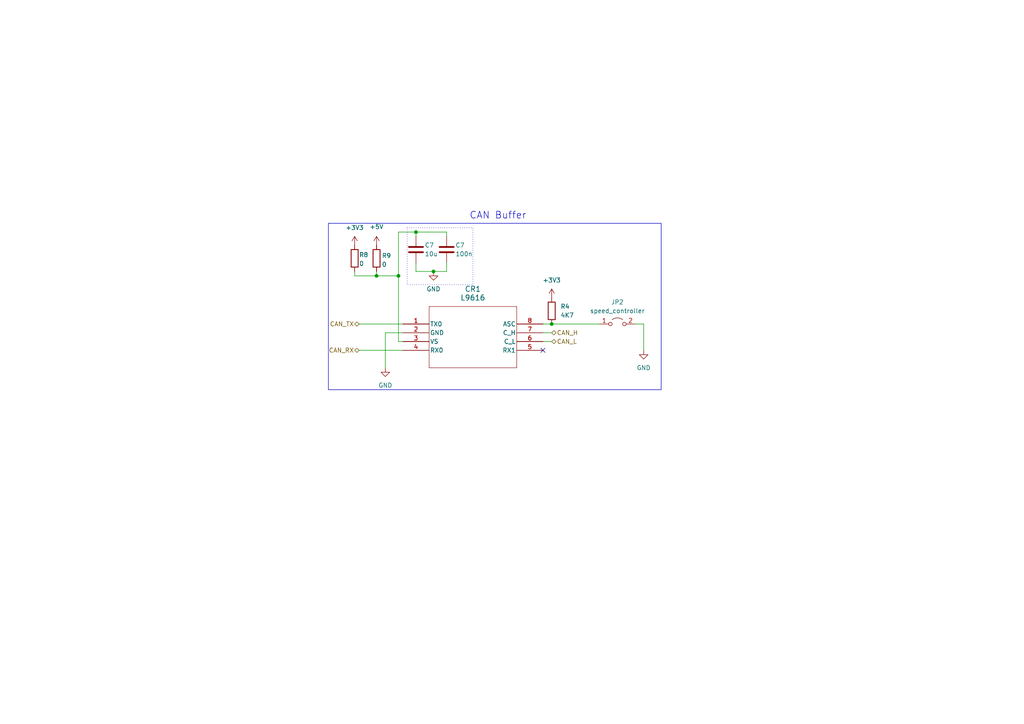
<source format=kicad_sch>
(kicad_sch (version 20250114) (generator "eeschema") (generator_version "9.0")
  (paper "A4")
  (lib_symbols
    (symbol "2023-06-06_07-55-18:L9616" (pin_names (offset 0.254))
      (property "Reference" "CR" (at 20.32 10.16 0))
      (property "Value" "L9616" (at 20.32 7.62 0))
      (symbol "L9616_0_1"
        (polyline (pts (xy 7.62 5.08) (xy 7.62 -12.7)) (stroke (width 0.127)))
        (polyline (pts (xy 7.62 -12.7) (xy 33.02 -12.7)) (stroke (width 0.127)))
        (polyline (pts (xy 33.02 5.08) (xy 7.62 5.08)) (stroke (width 0.127)))
        (polyline (pts (xy 33.02 -12.7) (xy 33.02 5.08)) (stroke (width 0.127)))
        (pin input line (at 0 0 0) (length 7.62) (name "TX0") (number "1"))
        (pin power_out line (at 0 -2.54 0) (length 7.62) (name "GND") (number "2"))
        (pin power_in line (at 0 -5.08 0) (length 7.62) (name "VS") (number "3"))
        (pin output line (at 0 -7.62 0) (length 7.62) (name "RX0") (number "4"))
        (pin unspecified line (at 40.64 0 180) (length 7.62) (name "ASC") (number "8"))
        (pin output line (at 40.64 -2.54 180) (length 7.62) (name "C_H") (number "7"))
        (pin output line (at 40.64 -5.08 180) (length 7.62) (name "C_L") (number "6"))
        (pin output line (at 40.64 -7.62 180) (length 7.62) (name "RX1") (number "5"))
      )
    )
    (symbol "Device:C" (pin_numbers (hide yes)) (pin_names (offset 0.254))
      (property "Reference" "C" (at 0.635 2.54 0))
      (property "Value" "C" (at 0.635 -2.54 0))
      (symbol "C_0_1"
        (polyline (pts (xy -2.032 0.762) (xy 2.032 0.762)) (stroke (width 0.508)))
        (polyline (pts (xy -2.032 -0.762) (xy 2.032 -0.762)) (stroke (width 0.508)))
      )
      (symbol "C_1_1"
        (pin passive line (at 0 3.81 270) (length 2.794) (name "~") (number "1"))
        (pin passive line (at 0 -3.81 90) (length 2.794) (name "~") (number "2"))
      )
    )
    (symbol "Device:R" (pin_numbers (hide yes)) (pin_names (offset 0))
      (property "Reference" "R" (at 2.032 0 90))
      (property "Value" "R" (at 0 0 90))
      (symbol "R_0_1"
        (rectangle (start -1.016 -2.54) (end 1.016 2.54) (stroke (width 0.254)))
      )
      (symbol "R_1_1"
        (pin passive line (at 0 3.81 270) (length 1.27) (name "~") (number "1"))
        (pin passive line (at 0 -3.81 90) (length 1.27) (name "~") (number "2"))
      )
    )
    (symbol "Jumper:Jumper_2_Open" (pin_names (offset 0) (hide yes))
      (property "Reference" "JP" (at 0 2.794 0))
      (property "Value" "Jumper_2_Open" (at 0 -2.286 0))
      (symbol "Jumper_2_Open_0_0"
        (circle (center -2.032 0) (radius 0.508))
        (circle (center 2.032 0) (radius 0.508))
      )
      (symbol "Jumper_2_Open_0_1"
        (arc (start -1.524 1.27) (mid 0 1.778) (end 1.524 1.27))
      )
      (symbol "Jumper_2_Open_1_1"
        (pin passive line (at -5.08 0 0) (length 2.54) (name "A") (number "1"))
        (pin passive line (at 5.08 0 180) (length 2.54) (name "B") (number "2"))
      )
    )
    (symbol "power:+3.3V" (power) (pin_names (offset 0))
      (property "Value" "+3.3V" (at 0 3.556 0))
      (symbol "+3.3V_0_1"
        (polyline (pts (xy -0.762 1.27) (xy 0 2.54)))
        (polyline (pts (xy 0 2.54) (xy 0.762 1.27)))
        (polyline (pts (xy 0 0) (xy 0 2.54)))
      )
      (symbol "+3.3V_1_1"
        (pin power_in line (at 0 0 90) (length 0) (hide yes) (name "+3V3") (number "1"))
      )
    )
    (symbol "power:+5V" (power) (pin_numbers (hide yes)) (pin_names (offset 0) (hide yes))
      (property "Value" "+5V" (at 0 3.556 0))
      (symbol "+5V_0_1"
        (polyline (pts (xy -0.762 1.27) (xy 0 2.54)))
        (polyline (pts (xy 0 2.54) (xy 0.762 1.27)))
        (polyline (pts (xy 0 0) (xy 0 2.54)))
      )
      (symbol "+5V_1_1"
        (pin power_in line (at 0 0 90) (length 0) (name "~") (number "1"))
      )
    )
    (symbol "power:GND" (power) (pin_names (offset 0))
      (property "Value" "GND" (at 0 -3.81 0))
      (symbol "GND_0_1"
        (polyline (pts (xy 0 0) (xy 0 -1.27) (xy 1.27 -1.27) (xy 0 -2.54) (xy -1.27 -1.27) (xy 0 -1.27)))
      )
      (symbol "GND_1_1"
        (pin power_in line (at 0 0 270) (length 0) (hide yes) (name "GND") (number "1"))
      )
    )
  )
  (rectangle (start 118.11 66.04) (end 137.16 82.55) (stroke (width 0) (type dot)))
  (rectangle (start 95.25 64.77) (end 191.77 113.03))
  (text "CAN Buffer\n" (at 136.144 63.754 0) (effects (font (size 2 2)) (justify left bottom)))
  (junction (at 120.65 67.31))
  (junction (at 115.57 80.01))
  (junction (at 160.02 93.98))
  (junction (at 109.22 80.01))
  (junction (at 125.73 78.74))
  (no_connect (at 157.48 101.6))
  (wire (pts (xy 115.57 80.01) (xy 109.22 80.01)))
  (wire (pts (xy 120.65 78.74) (xy 125.73 78.74)))
  (wire (pts (xy 115.57 99.06) (xy 116.84 99.06)))
  (wire (pts (xy 160.02 93.98) (xy 173.99 93.98)))
  (wire (pts (xy 157.48 96.52) (xy 160.02 96.52)))
  (wire (pts (xy 186.69 93.98) (xy 186.69 101.6)))
  (wire (pts (xy 115.57 80.01) (xy 115.57 99.06)))
  (wire (pts (xy 102.87 78.74) (xy 102.87 80.01)))
  (wire (pts (xy 116.84 96.52) (xy 111.76 96.52)))
  (wire (pts (xy 120.65 76.2) (xy 120.65 78.74)))
  (wire (pts (xy 129.54 76.2) (xy 129.54 78.74)))
  (wire (pts (xy 129.54 67.31) (xy 120.65 67.31)))
  (wire (pts (xy 120.65 67.31) (xy 115.57 67.31)))
  (wire (pts (xy 186.69 93.98) (xy 184.15 93.98)))
  (wire (pts (xy 104.14 101.6) (xy 116.84 101.6)))
  (wire (pts (xy 102.87 80.01) (xy 109.22 80.01)))
  (wire (pts (xy 157.48 99.06) (xy 160.02 99.06)))
  (wire (pts (xy 111.76 96.52) (xy 111.76 106.68)))
  (wire (pts (xy 104.14 93.98) (xy 116.84 93.98)))
  (wire (pts (xy 120.65 67.31) (xy 120.65 68.58)))
  (wire (pts (xy 157.48 93.98) (xy 160.02 93.98)))
  (wire (pts (xy 129.54 67.31) (xy 129.54 68.58)))
  (wire (pts (xy 115.57 67.31) (xy 115.57 80.01)))
  (wire (pts (xy 129.54 78.74) (xy 125.73 78.74)))
  (wire (pts (xy 109.22 78.74) (xy 109.22 80.01)))
  (hierarchical_label "CAN_TX" (shape bidirectional) (at 104.14 93.98 180))
  (hierarchical_label "CAN_H" (shape bidirectional) (at 160.02 96.52 0))
  (hierarchical_label "CAN_RX" (shape bidirectional) (at 104.14 101.6 180))
  (hierarchical_label "CAN_L" (shape bidirectional) (at 160.02 99.06 0))
  (symbol (lib_id "Device:C") (at 129.54 72.39 0) (unit 1)
    (property "Reference" "C7" (at 132.08 71.12 0) (effects (justify left)))
    (property "Value" "100n" (at 132.08 73.66 0) (effects (justify left)))
    (property "Footprint" "Capacitor_SMD:C_0805_2012Metric_Pad1.18x1.45mm_HandSolder" (effects (hide yes)))
    (instances (project "ThingSat_protoSEED" (path "" (reference "C7") (unit 1))) (project "test_python" (path "" (reference "C2") (unit 1))))
  )
  (symbol (lib_id "power:+3.3V") (at 160.02 86.36 0) (unit 1)
    (property "Reference" "#PWR031" (effects (hide yes)))
    (property "Value" "+3V3" (at 160.02 81.28 0))
    (instances (project "ThingSat_protoSEED" (path "" (reference "#PWR031") (unit 1))) (project "test_python" (path "" (reference "#PWR0101") (unit 1))))
  )
  (symbol (lib_id "Device:R") (at 102.87 74.93 0) (unit 1)
    (property "Reference" "R8" (at 104.14 73.914 0) (effects (justify left)))
    (property "Value" "0" (at 104.14 76.454 0) (effects (justify left)))
    (property "Footprint" "Resistor_SMD:R_0805_2012Metric_Pad1.20x1.40mm_HandSolder" (effects (hide yes)))
    (property "Description" "Resistor" (effects (hide yes)))
    (instances (project "ThingSat_protoSEED" (path "" (reference "R8") (unit 1))) (project "test_python" (path "" (reference "R1") (unit 1))))
  )
  (symbol (lib_id "Device:C") (at 120.65 72.39 0) (unit 1)
    (property "Reference" "C7" (at 123.19 71.12 0) (effects (justify left)))
    (property "Value" "10u" (at 123.19 73.66 0) (effects (justify left)))
    (property "Footprint" "Capacitor_SMD:C_0805_2012Metric_Pad1.18x1.45mm_HandSolder" (effects (hide yes)))
    (instances (project "ThingSat_protoSEED" (path "" (reference "C7") (unit 1))) (project "test_python" (path "" (reference "C1") (unit 1))))
  )
  (symbol (lib_id "power:GND") (at 111.76 106.68 0) (unit 1)
    (property "Reference" "#PWR025" (effects (hide yes)))
    (property "Value" "GND" (at 111.76 111.76 0))
    (instances (project "ThingSat_protoSEED" (path "" (reference "#PWR025") (unit 1))) (project "test_python" (path "" (reference "#PWR0104") (unit 1))))
  )
  (symbol (lib_id "power:+3.3V") (at 102.87 71.12 0) (unit 1)
    (property "Reference" "#PWR028" (effects (hide yes)))
    (property "Value" "+3V3" (at 102.87 66.04 0))
    (instances (project "ThingSat_protoSEED" (path "" (reference "#PWR028") (unit 1))) (project "test_python" (path "" (reference "#PWR0102") (unit 1))))
  )
  (symbol (lib_id "Device:R") (at 109.22 74.93 0) (unit 1)
    (property "Reference" "R9" (at 110.744 74.168 0) (effects (justify left)))
    (property "Value" "0" (at 110.744 76.708 0) (effects (justify left)))
    (property "Footprint" "Resistor_SMD:R_0805_2012Metric_Pad1.20x1.40mm_HandSolder" (effects (hide yes)))
    (property "Description" "Resistor" (effects (hide yes)))
    (instances (project "ThingSat_protoSEED" (path "" (reference "R9") (unit 1))) (project "test_python" (path "" (reference "R2") (unit 1))))
  )
  (symbol (lib_id "Device:R") (at 160.02 90.17 0) (unit 1)
    (property "Reference" "R4" (at 162.56 88.8999 0) (effects (justify left)))
    (property "Value" "4K7" (at 162.56 91.4399 0) (effects (justify left)))
    (property "Footprint" "Resistor_SMD:R_0805_2012Metric_Pad1.20x1.40mm_HandSolder" (effects (hide yes)))
    (property "Description" "Resistor" (effects (hide yes)))
    (instances (project "ThingSat_protoSEED" (path "" (reference "R4") (unit 1))) (project "test_python" (path "" (reference "R3") (unit 1))))
  )
  (symbol (lib_id "Jumper:Jumper_2_Open") (at 179.07 93.98 0) (unit 1)
    (property "Reference" "JP2" (at 179.07 87.63 0))
    (property "Value" "speed_controller" (at 179.07 90.17 0))
    (property "Footprint" "Connector_PinHeader_2.54mm:PinHeader_1x02_P2.54mm_Vertical" (effects (hide yes)))
    (instances (project "ThingSat_protoSEED" (path "" (reference "JP2") (unit 1))) (project "test_python" (path "" (reference "JP1") (unit 1))))
  )
  (symbol (lib_id "power:+5V") (at 109.22 71.12 0) (unit 1)
    (property "Reference" "#PWR044" (effects (hide yes)))
    (property "Value" "+5V" (at 109.22 65.786 0))
    (property "Description" "Power symbol creates a global label with name \"+5V\"" (effects (hide yes)))
    (instances (project "ThingSat_protoSEED" (path "" (reference "#PWR044") (unit 1))) (project "test_python" (path "" (reference "#PWR0105") (unit 1))))
  )
  (symbol (lib_id "2023-06-06_07-55-18:L9616") (at 116.84 93.98 0) (unit 1)
    (property "Reference" "CR1" (at 137.16 83.82 0) (effects (font (size 1.524 1.524))))
    (property "Value" "L9616" (at 137.16 86.36 0) (effects (font (size 1.524 1.524))))
    (property "Footprint" "Package_SO:SO-8_3.9x4.9mm_P1.27mm" (effects (hide yes)))
    (property "Datasheet" "L9616" (effects (hide yes)))
  )
  (symbol (lib_id "power:GND") (at 125.73 78.74 0) (unit 1)
    (property "Reference" "#PWR014" (effects (hide yes)))
    (property "Value" "GND" (at 125.73 83.82 0))
    (instances (project "ThingSat_protoSEED" (path "" (reference "#PWR014") (unit 1))) (project "test_python" (path "" (reference "#PWR0106") (unit 1))))
  )
  (symbol (lib_id "power:GND") (at 186.69 101.6 0) (unit 1)
    (property "Reference" "#PWR011" (effects (hide yes)))
    (property "Value" "GND" (at 186.69 106.68 0))
    (instances (project "ThingSat_protoSEED" (path "" (reference "#PWR011") (unit 1))) (project "test_python" (path "" (reference "#PWR0103") (unit 1))))
  )
)
</source>
